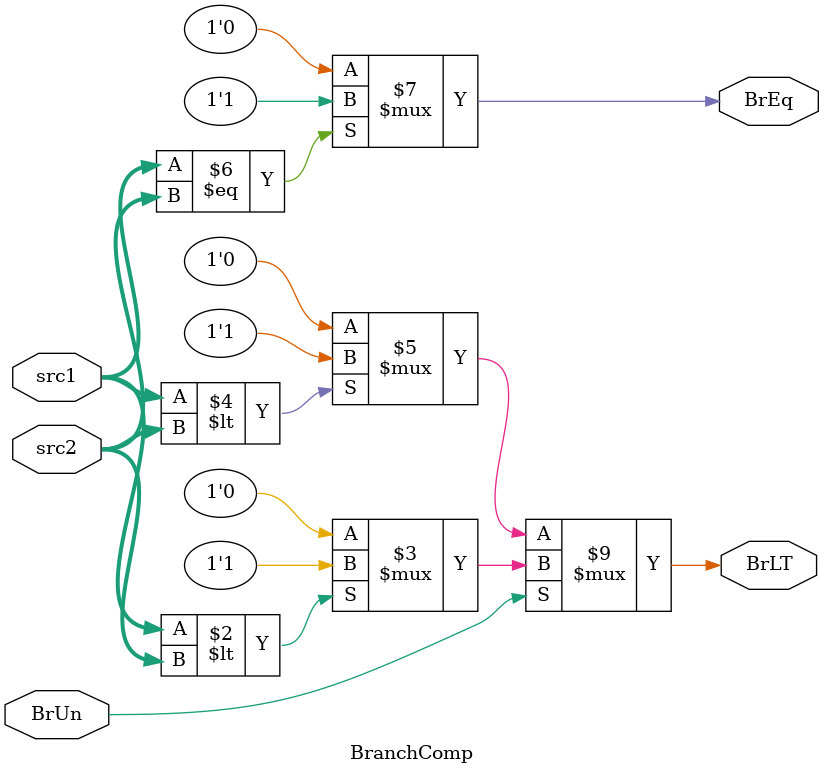
<source format=sv>
module BranchComp(
    input BrUn,
    input [31:0] src1,
    input [31:0] src2,
    
    output logic BrEq,
    output logic BrLT
);

always_comb begin
    // Unsigned Comparation
    if(BrUn) BrLT = (src1 < src2)? 1'b1 : 1'b0;

    // Signed Comparation
    else BrLT = ($signed(src1) < $signed(src2))? 1'b1: 1'b0;
end

assign BrEq = (src1 == src2) ? 1'b1 : 1'b0;

endmodule

</source>
